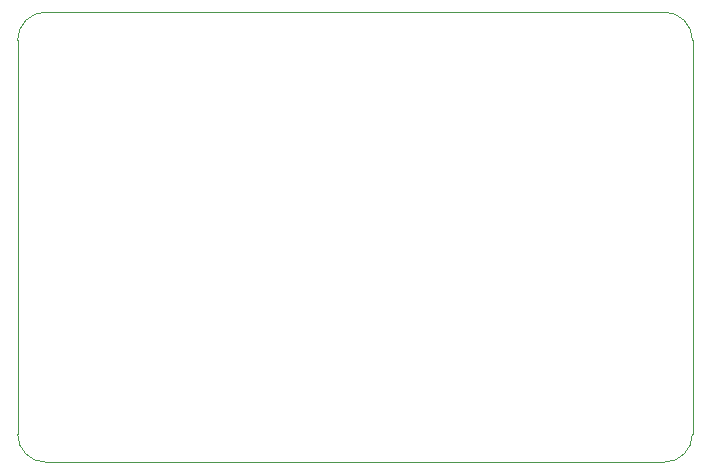
<source format=gbr>
%TF.GenerationSoftware,KiCad,Pcbnew,(6.0.1)*%
%TF.CreationDate,2022-02-20T17:51:40+01:00*%
%TF.ProjectId,3x2-macropad,3378322d-6d61-4637-926f-7061642e6b69,rev?*%
%TF.SameCoordinates,Original*%
%TF.FileFunction,Profile,NP*%
%FSLAX46Y46*%
G04 Gerber Fmt 4.6, Leading zero omitted, Abs format (unit mm)*
G04 Created by KiCad (PCBNEW (6.0.1)) date 2022-02-20 17:51:40*
%MOMM*%
%LPD*%
G01*
G04 APERTURE LIST*
%TA.AperFunction,Profile*%
%ADD10C,0.100000*%
%TD*%
G04 APERTURE END LIST*
D10*
X31750000Y-67468750D02*
X31750000Y-34131250D01*
X86518750Y-69850000D02*
X34131250Y-69850000D01*
X88900000Y-34131250D02*
X88900000Y-67468750D01*
X34131250Y-31750000D02*
X86518750Y-31750000D01*
X34131250Y-31750000D02*
G75*
G03*
X31750000Y-34131250I0J-2381250D01*
G01*
X31750000Y-67468750D02*
G75*
G03*
X34131250Y-69850000I2381250J0D01*
G01*
X86518750Y-69850000D02*
G75*
G03*
X88900000Y-67468750I0J2381250D01*
G01*
X88900000Y-34131250D02*
G75*
G03*
X86518750Y-31750000I-2381250J0D01*
G01*
M02*

</source>
